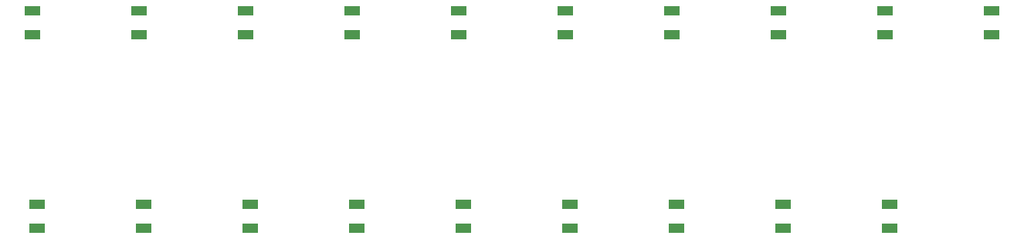
<source format=gtp>
%FSTAX23Y23*%
%MOIN*%
%SFA1B1*%

%IPPOS*%
%ADD13R,0.070080X0.044880*%
%LNvolttap-1*%
%LPD*%
G54D13*
X0218Y01295D03*
Y014D03*
X022Y00564D03*
X0172Y01295D03*
Y014D03*
X0356Y01295D03*
Y014D03*
X0036Y00564D03*
Y0046D03*
X022D03*
X0404Y00564D03*
Y0046D03*
X0034Y014D03*
Y01295D03*
X008D03*
Y014D03*
X0126Y01295D03*
Y014D03*
X0264Y01295D03*
Y014D03*
X0448Y01295D03*
Y014D03*
X0128Y00564D03*
Y0046D03*
X0174Y00564D03*
Y0046D03*
X0266Y00564D03*
Y0046D03*
X0312Y00564D03*
Y0046D03*
X0358Y00564D03*
Y0046D03*
X0402Y01295D03*
Y014D03*
X031Y01295D03*
Y014D03*
X0082Y00564D03*
Y0046D03*
M02*
</source>
